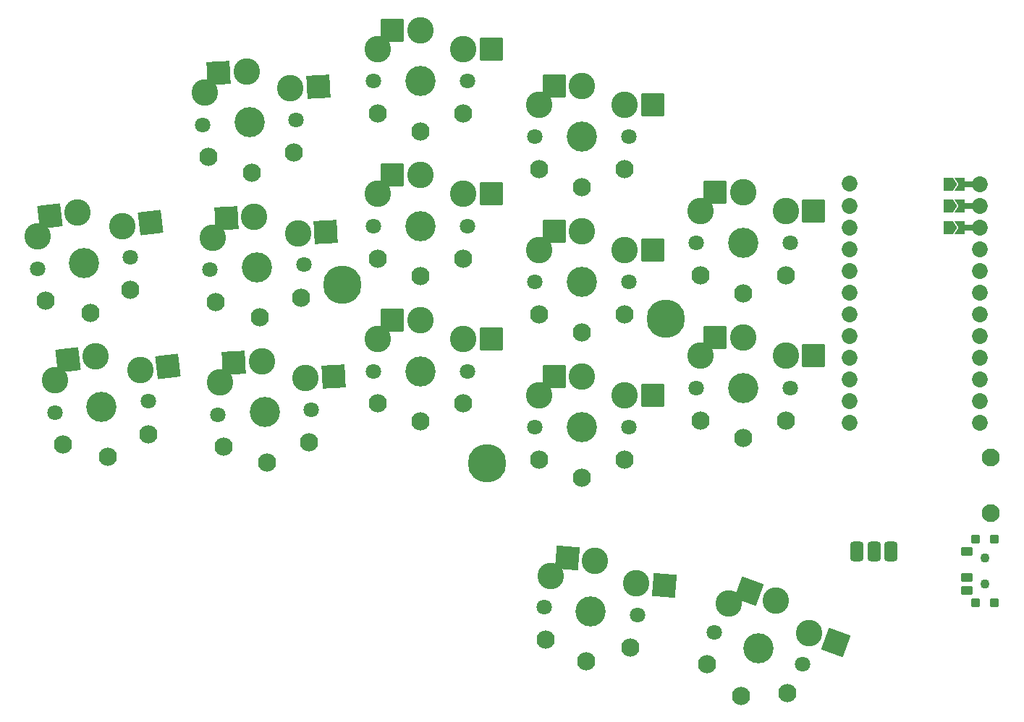
<source format=gbs>
%TF.GenerationSoftware,KiCad,Pcbnew,(6.0.4-0)*%
%TF.CreationDate,2022-05-17T19:51:51+02:00*%
%TF.ProjectId,battoota,62617474-6f6f-4746-912e-6b696361645f,v1.0.0*%
%TF.SameCoordinates,Original*%
%TF.FileFunction,Soldermask,Bot*%
%TF.FilePolarity,Negative*%
%FSLAX46Y46*%
G04 Gerber Fmt 4.6, Leading zero omitted, Abs format (unit mm)*
G04 Created by KiCad (PCBNEW (6.0.4-0)) date 2022-05-17 19:51:51*
%MOMM*%
%LPD*%
G01*
G04 APERTURE LIST*
G04 Aperture macros list*
%AMRoundRect*
0 Rectangle with rounded corners*
0 $1 Rounding radius*
0 $2 $3 $4 $5 $6 $7 $8 $9 X,Y pos of 4 corners*
0 Add a 4 corners polygon primitive as box body*
4,1,4,$2,$3,$4,$5,$6,$7,$8,$9,$2,$3,0*
0 Add four circle primitives for the rounded corners*
1,1,$1+$1,$2,$3*
1,1,$1+$1,$4,$5*
1,1,$1+$1,$6,$7*
1,1,$1+$1,$8,$9*
0 Add four rect primitives between the rounded corners*
20,1,$1+$1,$2,$3,$4,$5,0*
20,1,$1+$1,$4,$5,$6,$7,0*
20,1,$1+$1,$6,$7,$8,$9,0*
20,1,$1+$1,$8,$9,$2,$3,0*%
%AMFreePoly0*
4,1,16,0.685355,0.785355,0.700000,0.750000,0.691603,0.722265,0.210093,0.000000,0.691603,-0.722265,0.699029,-0.759806,0.677735,-0.791603,0.650000,-0.800000,-0.500000,-0.800000,-0.535355,-0.785355,-0.550000,-0.750000,-0.550000,0.750000,-0.535355,0.785355,-0.500000,0.800000,0.650000,0.800000,0.685355,0.785355,0.685355,0.785355,$1*%
%AMFreePoly1*
4,1,16,0.535355,0.785355,0.550000,0.750000,0.550000,-0.750000,0.535355,-0.785355,0.500000,-0.800000,-0.500000,-0.800000,-0.535355,-0.785355,-0.541603,-0.777735,-1.041603,-0.027735,-1.049029,0.009806,-1.041603,0.027735,-0.541603,0.777735,-0.509806,0.799029,-0.500000,0.800000,0.500000,0.800000,0.535355,0.785355,0.535355,0.785355,$1*%
G04 Aperture macros list end*
%ADD10RoundRect,0.425000X-0.375000X-0.750000X0.375000X-0.750000X0.375000X0.750000X-0.375000X0.750000X0*%
%ADD11C,2.100000*%
%ADD12RoundRect,0.050000X-1.230182X-1.366255X1.366255X-1.230182X1.230182X1.366255X-1.366255X1.230182X0*%
%ADD13C,1.801800*%
%ADD14C,3.529000*%
%ADD15C,3.100000*%
%ADD16C,2.132000*%
%ADD17RoundRect,0.050000X-1.300000X-1.300000X1.300000X-1.300000X1.300000X1.300000X-1.300000X1.300000X0*%
%ADD18RoundRect,0.050000X-1.666227X-0.776974X0.776974X-1.666227X1.666227X0.776974X-0.776974X1.666227X0*%
%ADD19RoundRect,0.050000X-0.450000X0.450000X-0.450000X-0.450000X0.450000X-0.450000X0.450000X0.450000X0*%
%ADD20C,1.100000*%
%ADD21RoundRect,0.050000X-0.625000X0.450000X-0.625000X-0.450000X0.625000X-0.450000X0.625000X0.450000X0*%
%ADD22RoundRect,0.050000X-1.131880X-1.448740X1.448740X-1.131880X1.131880X1.448740X-1.448740X1.131880X0*%
%ADD23RoundRect,0.050000X-1.408356X-1.181751X1.181751X-1.408356X1.408356X1.181751X-1.181751X1.408356X0*%
%ADD24C,1.852600*%
%ADD25FreePoly0,180.000000*%
%ADD26RoundRect,0.050000X-0.762000X0.250000X-0.762000X-0.250000X0.762000X-0.250000X0.762000X0.250000X0*%
%ADD27FreePoly1,180.000000*%
%ADD28C,4.500000*%
G04 APERTURE END LIST*
D10*
%TO.C,PAD1*%
X151545396Y58163682D03*
X149545396Y58163682D03*
X147545396Y58163682D03*
%TD*%
D11*
%TO.C,B1*%
X163203191Y69152519D03*
X163203191Y62652519D03*
%TD*%
D12*
%TO.C,S11*%
X84540407Y112566412D03*
X72891096Y114158916D03*
D13*
X81965469Y108676319D03*
D14*
X76473007Y108388471D03*
D15*
X71283599Y111871652D03*
D13*
X70980545Y108100623D03*
D15*
X76161608Y114330317D03*
X76161608Y114330317D03*
X81269895Y112395012D03*
%TD*%
D13*
%TO.C,S34*%
X141178726Y44889558D03*
D14*
X136010417Y46770669D03*
D13*
X130842108Y48651780D03*
D16*
X130012277Y44909938D03*
X139409204Y41489736D03*
X133992498Y41226483D03*
X133992498Y41226483D03*
%TD*%
D14*
%TO.C,S15*%
X96495817Y96246989D03*
D13*
X101995817Y96246989D03*
D15*
X101495817Y99996989D03*
X96495817Y102196989D03*
X96495817Y102196989D03*
X91495817Y99996989D03*
D13*
X90995817Y96246989D03*
D17*
X93220817Y102196989D03*
X104770817Y99996989D03*
%TD*%
D15*
%TO.C,S21*%
X115411087Y95636017D03*
D13*
X109911087Y89686017D03*
D15*
X115411087Y95636017D03*
X120411087Y93436017D03*
D13*
X120911087Y89686017D03*
D15*
X110411087Y93436017D03*
D14*
X115411087Y89686017D03*
D17*
X112136087Y95636017D03*
X123686087Y93436017D03*
%TD*%
D16*
%TO.C,S8*%
X78561213Y68543153D03*
X78561213Y68543153D03*
X83444455Y70901955D03*
X73458160Y70378595D03*
D14*
X78252431Y74435067D03*
D13*
X83744893Y74722915D03*
X72759969Y74147219D03*
%TD*%
D14*
%TO.C,S14*%
X96495817Y79246989D03*
D13*
X101995817Y79246989D03*
X90995817Y79246989D03*
D16*
X91495817Y75446989D03*
X101495817Y75446989D03*
X96495817Y73346989D03*
X96495817Y73346989D03*
%TD*%
D14*
%TO.C,S20*%
X115411087Y72686017D03*
D13*
X109911087Y72686017D03*
X120911087Y72686017D03*
D16*
X120411087Y68886017D03*
X110411087Y68886017D03*
X115411087Y66786017D03*
X115411087Y66786017D03*
%TD*%
D13*
%TO.C,S28*%
X128718280Y77278852D03*
X139718280Y77278852D03*
D14*
X134218280Y77278852D03*
D16*
X129218280Y73478852D03*
X139218280Y73478852D03*
X134218280Y71378852D03*
X134218280Y71378852D03*
%TD*%
D15*
%TO.C,S29*%
X134218280Y100228852D03*
X134218280Y100228852D03*
D13*
X139718280Y94278852D03*
D14*
X134218280Y94278852D03*
D15*
X139218280Y98028852D03*
X129218280Y98028852D03*
D13*
X128718280Y94278852D03*
D17*
X130943280Y100228852D03*
X142493280Y98028852D03*
%TD*%
D14*
%TO.C,S33*%
X136010417Y46770669D03*
D15*
X138045437Y52361840D03*
X132594529Y52004617D03*
D13*
X130842108Y48651780D03*
D15*
X138045437Y52361840D03*
X141991456Y48584416D03*
D13*
X141178726Y44889558D03*
D18*
X134967944Y53481956D03*
X145068949Y47464300D03*
%TD*%
D12*
%TO.C,S7*%
X86319831Y78613008D03*
X74670520Y80205512D03*
D14*
X78252431Y74435067D03*
D13*
X83744893Y74722915D03*
D15*
X77941032Y80376913D03*
D13*
X72759969Y74147219D03*
D15*
X77941032Y80376913D03*
X83049319Y78441608D03*
X73063023Y77918248D03*
%TD*%
D19*
%TO.C,T2*%
X163600140Y52144619D03*
X163600140Y59544619D03*
X161400140Y52144619D03*
X161400140Y59544619D03*
D20*
X162500140Y57344619D03*
X162500140Y54344619D03*
D21*
X160425140Y58094619D03*
X160425140Y55094619D03*
X160425140Y53594619D03*
%TD*%
D14*
%TO.C,S5*%
X57124882Y91914188D03*
D13*
X62583886Y92584469D03*
D15*
X56399759Y97819838D03*
X56399759Y97819838D03*
D13*
X51665878Y91243907D03*
D15*
X51705141Y95026889D03*
X61630603Y96245583D03*
D22*
X53149171Y97420716D03*
X64881191Y96644705D03*
%TD*%
D15*
%TO.C,S27*%
X129218280Y81028852D03*
D13*
X139718280Y77278852D03*
D14*
X134218280Y77278852D03*
D15*
X139218280Y81028852D03*
X134218280Y83228852D03*
X134218280Y83228852D03*
D13*
X128718280Y77278852D03*
D17*
X130943280Y83228852D03*
X142493280Y81028852D03*
%TD*%
D12*
%TO.C,S9*%
X85430119Y95589710D03*
X73780808Y97182214D03*
D13*
X82855181Y91699617D03*
D15*
X77051320Y97353615D03*
D13*
X71870257Y91123921D03*
D15*
X82159607Y95418310D03*
X77051320Y97353615D03*
D14*
X77362719Y91411769D03*
D15*
X72173311Y94894950D03*
%TD*%
D13*
%TO.C,S16*%
X101995817Y96246989D03*
D14*
X96495817Y96246989D03*
D13*
X90995817Y96246989D03*
D16*
X101495817Y92446989D03*
X91495817Y92446989D03*
X96495817Y90346989D03*
X96495817Y90346989D03*
%TD*%
D13*
%TO.C,S30*%
X139718280Y94278852D03*
X128718280Y94278852D03*
D14*
X134218280Y94278852D03*
D16*
X139218280Y90478852D03*
X129218280Y90478852D03*
X134218280Y88378852D03*
X134218280Y88378852D03*
%TD*%
D13*
%TO.C,S13*%
X90995817Y79246989D03*
X101995817Y79246989D03*
D14*
X96495817Y79246989D03*
D15*
X96495817Y85196989D03*
X101495817Y82996989D03*
X96495817Y85196989D03*
X91495817Y82996989D03*
D17*
X93220817Y85196989D03*
X104770817Y82996989D03*
%TD*%
D13*
%TO.C,S24*%
X109911087Y106686017D03*
X120911087Y106686017D03*
D14*
X115411087Y106686017D03*
D16*
X110411087Y102886017D03*
X120411087Y102886017D03*
X115411087Y100786017D03*
X115411087Y100786017D03*
%TD*%
D13*
%TO.C,S17*%
X90995818Y113246989D03*
D14*
X96495818Y113246989D03*
D13*
X101995818Y113246989D03*
D15*
X91495818Y116996989D03*
X101495818Y116996989D03*
X96495818Y119196989D03*
X96495818Y119196989D03*
D17*
X93220818Y119196989D03*
X104770818Y116996989D03*
%TD*%
D16*
%TO.C,S4*%
X59915690Y69184880D03*
X59915690Y69184880D03*
X64622495Y71878573D03*
X54697034Y70659880D03*
D14*
X59196661Y75040902D03*
D13*
X64655665Y75711183D03*
X53737657Y74370621D03*
%TD*%
D16*
%TO.C,S10*%
X77671501Y85519855D03*
X77671501Y85519855D03*
X82554743Y87878657D03*
X72568448Y87355297D03*
D14*
X77362719Y91411769D03*
D13*
X71870257Y91123921D03*
X82855181Y91699617D03*
%TD*%
%TO.C,S22*%
X109911087Y89686017D03*
X120911087Y89686017D03*
D14*
X115411087Y89686017D03*
D16*
X110411087Y85886017D03*
X120411087Y85886017D03*
X115411087Y83786017D03*
X115411087Y83786017D03*
%TD*%
D14*
%TO.C,S31*%
X116421084Y51113520D03*
D13*
X110942013Y51592877D03*
D15*
X116939661Y57040878D03*
X121728892Y54413471D03*
X116939661Y57040878D03*
X111766945Y55285029D03*
D13*
X121900155Y50634163D03*
D23*
X113677123Y57326314D03*
X124991429Y54128036D03*
%TD*%
D24*
%TO.C,MCU1*%
X161977213Y98602542D03*
D25*
X159643690Y98602542D03*
D24*
X161977213Y96062542D03*
D26*
X160593690Y101142542D03*
D24*
X146737213Y96062542D03*
D26*
X160593690Y98602542D03*
X160593690Y96062542D03*
D25*
X159643690Y96062542D03*
X159643690Y101142542D03*
D24*
X146737213Y101226288D03*
X161977213Y101142542D03*
X146737213Y98602542D03*
D27*
X158193690Y101142542D03*
X158193690Y98602542D03*
X158193690Y96062542D03*
D24*
X146737213Y93522542D03*
X146737213Y90982542D03*
X146737213Y88442542D03*
X146737213Y85902542D03*
X146737213Y83362542D03*
X146737213Y80822542D03*
X146737213Y78282542D03*
X146737213Y75742542D03*
X146737213Y73202542D03*
X161977213Y93522542D03*
X161977213Y90982542D03*
X161977213Y88442542D03*
X161977213Y85902542D03*
X161977213Y83362542D03*
X161977213Y80822542D03*
X161977213Y78282542D03*
X161977213Y75742542D03*
X161977213Y73202542D03*
%TD*%
D13*
%TO.C,S3*%
X53737657Y74370621D03*
D15*
X53776920Y78153603D03*
D14*
X59196661Y75040902D03*
D15*
X63702382Y79372297D03*
X58471538Y80946552D03*
X58471538Y80946552D03*
D13*
X64655665Y75711183D03*
D22*
X55220950Y80547430D03*
X66952970Y79771419D03*
%TD*%
D13*
%TO.C,S32*%
X121900155Y50634163D03*
D14*
X116421084Y51113520D03*
D13*
X110942013Y51592877D03*
D16*
X121070866Y46892201D03*
X111108919Y47763759D03*
X115906865Y45235971D03*
X115906865Y45235971D03*
%TD*%
D28*
%TO.C,REF\u002A\u002A*%
X104279037Y68433484D03*
X125215946Y85387859D03*
X87324662Y89370393D03*
%TD*%
D16*
%TO.C,S12*%
X76781789Y102496557D03*
X76781789Y102496557D03*
X71678736Y104331999D03*
X81665031Y104855359D03*
D13*
X81965469Y108676319D03*
X70980545Y108100623D03*
D14*
X76473007Y108388471D03*
%TD*%
%TO.C,S23*%
X115411087Y106686017D03*
D13*
X120911087Y106686017D03*
D15*
X115411087Y112636017D03*
X115411087Y112636017D03*
X110411087Y110436017D03*
X120411087Y110436017D03*
D13*
X109911087Y106686017D03*
D17*
X112136087Y112636017D03*
X123686087Y110436017D03*
%TD*%
D13*
%TO.C,S6*%
X51665878Y91243907D03*
X62583886Y92584469D03*
D14*
X57124882Y91914188D03*
D16*
X52625255Y87533166D03*
X62550716Y88751859D03*
X57843911Y86058166D03*
X57843911Y86058166D03*
%TD*%
D14*
%TO.C,S19*%
X115411087Y72686017D03*
D15*
X115411087Y78636017D03*
X110411087Y76436017D03*
D13*
X120911087Y72686017D03*
X109911087Y72686017D03*
D15*
X120411087Y76436017D03*
X115411087Y78636017D03*
D17*
X112136087Y78636017D03*
X123686087Y76436017D03*
%TD*%
D13*
%TO.C,S18*%
X101995818Y113246989D03*
D14*
X96495818Y113246989D03*
D13*
X90995818Y113246989D03*
D16*
X91495818Y109446989D03*
X101495818Y109446989D03*
X96495818Y107346989D03*
X96495818Y107346989D03*
%TD*%
M02*

</source>
